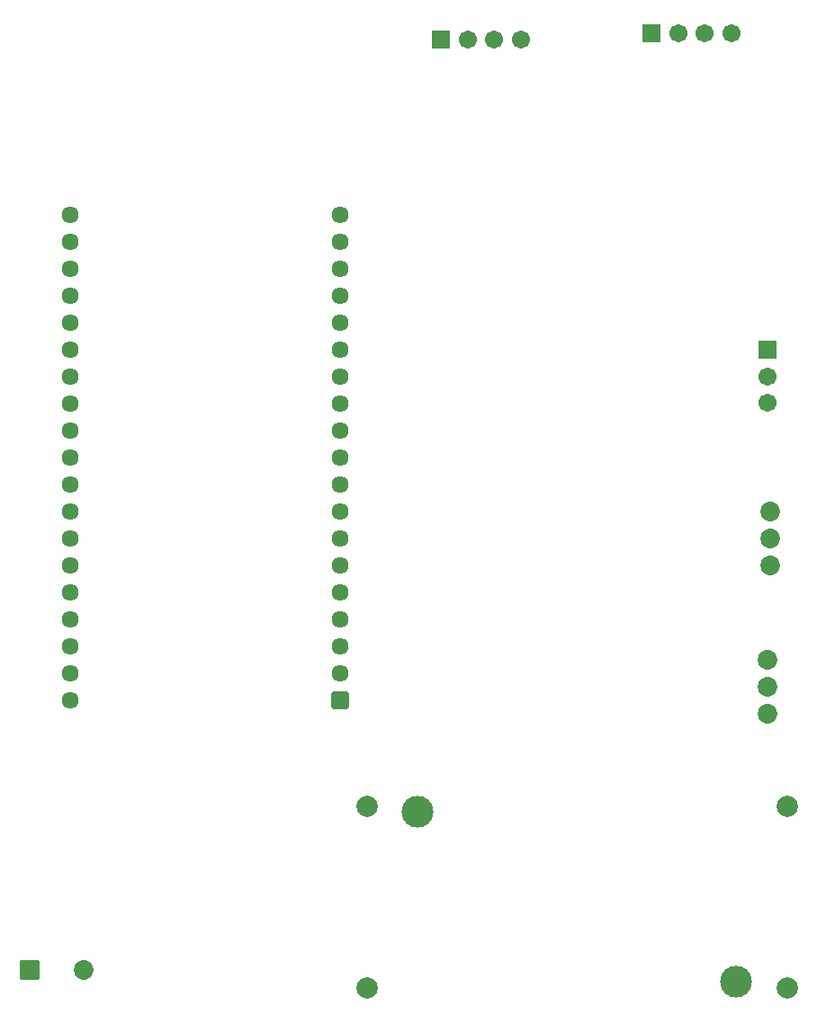
<source format=gbr>
%TF.GenerationSoftware,KiCad,Pcbnew,9.0.2*%
%TF.CreationDate,2025-07-26T16:17:08-04:00*%
%TF.ProjectId,Automated Coin Machine,4175746f-6d61-4746-9564-20436f696e20,rev?*%
%TF.SameCoordinates,Original*%
%TF.FileFunction,Soldermask,Bot*%
%TF.FilePolarity,Negative*%
%FSLAX46Y46*%
G04 Gerber Fmt 4.6, Leading zero omitted, Abs format (unit mm)*
G04 Created by KiCad (PCBNEW 9.0.2) date 2025-07-26 16:17:08*
%MOMM*%
%LPD*%
G01*
G04 APERTURE LIST*
G04 Aperture macros list*
%AMRoundRect*
0 Rectangle with rounded corners*
0 $1 Rounding radius*
0 $2 $3 $4 $5 $6 $7 $8 $9 X,Y pos of 4 corners*
0 Add a 4 corners polygon primitive as box body*
4,1,4,$2,$3,$4,$5,$6,$7,$8,$9,$2,$3,0*
0 Add four circle primitives for the rounded corners*
1,1,$1+$1,$2,$3*
1,1,$1+$1,$4,$5*
1,1,$1+$1,$6,$7*
1,1,$1+$1,$8,$9*
0 Add four rect primitives between the rounded corners*
20,1,$1+$1,$2,$3,$4,$5,0*
20,1,$1+$1,$4,$5,$6,$7,0*
20,1,$1+$1,$6,$7,$8,$9,0*
20,1,$1+$1,$8,$9,$2,$3,0*%
G04 Aperture macros list end*
%ADD10C,1.854000*%
%ADD11RoundRect,0.102000X0.704000X0.704000X-0.704000X0.704000X-0.704000X-0.704000X0.704000X-0.704000X0*%
%ADD12C,1.612000*%
%ADD13RoundRect,0.102000X0.754000X-0.754000X0.754000X0.754000X-0.754000X0.754000X-0.754000X-0.754000X0*%
%ADD14C,1.712000*%
%ADD15RoundRect,0.102000X0.754000X0.754000X-0.754000X0.754000X-0.754000X-0.754000X0.754000X-0.754000X0*%
%ADD16RoundRect,0.102000X-0.825000X-0.825000X0.825000X-0.825000X0.825000X0.825000X-0.825000X0.825000X0*%
%ADD17C,3.000000*%
%ADD18C,2.000000*%
G04 APERTURE END LIST*
D10*
%TO.C,J5*%
X119000000Y-95250000D03*
X119000000Y-92710000D03*
X119000000Y-90170000D03*
%TD*%
D11*
%TO.C,U1*%
X78740000Y-93955000D03*
D12*
X78740000Y-91415000D03*
X78740000Y-88875000D03*
X78740000Y-86335000D03*
X78740000Y-83795000D03*
X78740000Y-81255000D03*
X78740000Y-78715000D03*
X78740000Y-76175000D03*
X78740000Y-73635000D03*
X78740000Y-71095000D03*
X78740000Y-68555000D03*
X78740000Y-66015000D03*
X78740000Y-63475000D03*
X78740000Y-60935000D03*
X78740000Y-58395000D03*
X78740000Y-55855000D03*
X78740000Y-53315000D03*
X78740000Y-50775000D03*
X78740000Y-48235000D03*
X53340000Y-93955000D03*
X53340000Y-91415000D03*
X53340000Y-88875000D03*
X53340000Y-86335000D03*
X53340000Y-83795000D03*
X53340000Y-81255000D03*
X53340000Y-78715000D03*
X53340000Y-76175000D03*
X53340000Y-73635000D03*
X53340000Y-71095000D03*
X53340000Y-68555000D03*
X53340000Y-66015000D03*
X53340000Y-63475000D03*
X53340000Y-60935000D03*
X53340000Y-58395000D03*
X53340000Y-55855000D03*
X53340000Y-53315000D03*
X53340000Y-50775000D03*
X53340000Y-48235000D03*
%TD*%
D13*
%TO.C,J2*%
X119000000Y-60960000D03*
D14*
X119000000Y-63460000D03*
X119000000Y-65960000D03*
%TD*%
D10*
%TO.C,J3*%
X119250000Y-81280000D03*
X119250000Y-78740000D03*
X119250000Y-76200000D03*
%TD*%
D15*
%TO.C,J4*%
X88265000Y-31750000D03*
D14*
X90765000Y-31750000D03*
X93265000Y-31750000D03*
X95765000Y-31750000D03*
%TD*%
D16*
%TO.C,P1*%
X49530000Y-119380000D03*
D10*
X54610000Y-119380000D03*
%TD*%
D15*
%TO.C,J6*%
X108070000Y-31115000D03*
D14*
X110570000Y-31115000D03*
X113070000Y-31115000D03*
X115570000Y-31115000D03*
%TD*%
D17*
%TO.C,U2*%
X86079000Y-104494000D03*
X116051000Y-120496000D03*
D18*
X81316500Y-103922500D03*
X120813500Y-103922500D03*
X81316500Y-121067500D03*
X120813500Y-121067500D03*
%TD*%
M02*

</source>
